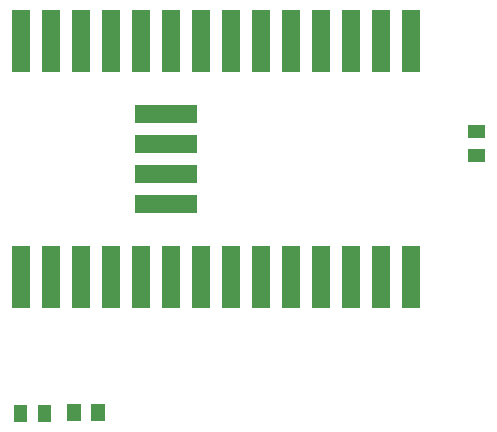
<source format=gbp>
G04 Layer: BottomPasteMaskLayer*
G04 EasyEDA v6.4.31, 2022-02-02 03:50:30*
G04 0b916ec405ec4e9094bbf8359c402fb2,658f5e24285b455797eae137c281a567,10*
G04 Gerber Generator version 0.2*
G04 Scale: 100 percent, Rotated: No, Reflected: No *
G04 Dimensions in millimeters *
G04 leading zeros omitted , absolute positions ,4 integer and 5 decimal *
%FSLAX45Y45*%
%MOMM*%

%ADD10C,0.0001*%

%LPD*%
G36*
X11038662Y-1399108D02*
G01*
X11038662Y-1283106D01*
X10891672Y-1283106D01*
X10891672Y-1399108D01*
G37*
G36*
X11038662Y-1195908D02*
G01*
X11038662Y-1079906D01*
X10891672Y-1079906D01*
X10891672Y-1195908D01*
G37*
G36*
X7043839Y-3595479D02*
G01*
X7159840Y-3595479D01*
X7159840Y-3450480D01*
X7043839Y-3450480D01*
G37*
G36*
X7247039Y-3595479D02*
G01*
X7363040Y-3595479D01*
X7363040Y-3450480D01*
X7247039Y-3450480D01*
G37*
G36*
X7815160Y-3447940D02*
G01*
X7699159Y-3447940D01*
X7699159Y-3592939D01*
X7815160Y-3592939D01*
G37*
G36*
X7611960Y-3447940D02*
G01*
X7495959Y-3447940D01*
X7495959Y-3592939D01*
X7611960Y-3592939D01*
G37*
G36*
X10485120Y-634740D02*
G01*
X10485120Y-106939D01*
X10332720Y-106939D01*
X10332720Y-634740D01*
G37*
G36*
X10231120Y-634740D02*
G01*
X10231120Y-106939D01*
X10078720Y-106939D01*
X10078720Y-634740D01*
G37*
G36*
X9977120Y-634740D02*
G01*
X9977120Y-106939D01*
X9824720Y-106939D01*
X9824720Y-634740D01*
G37*
G36*
X9723120Y-634740D02*
G01*
X9723120Y-106939D01*
X9570720Y-106939D01*
X9570720Y-634740D01*
G37*
G36*
X9469120Y-634740D02*
G01*
X9469120Y-106939D01*
X9316720Y-106939D01*
X9316720Y-634740D01*
G37*
G36*
X9215120Y-634740D02*
G01*
X9215120Y-106939D01*
X9062720Y-106939D01*
X9062720Y-634740D01*
G37*
G36*
X8961120Y-634740D02*
G01*
X8961120Y-106939D01*
X8808720Y-106939D01*
X8808720Y-634740D01*
G37*
G36*
X8707120Y-634740D02*
G01*
X8707120Y-106939D01*
X8554720Y-106939D01*
X8554720Y-634740D01*
G37*
G36*
X8453120Y-634740D02*
G01*
X8453120Y-106939D01*
X8300720Y-106939D01*
X8300720Y-634740D01*
G37*
G36*
X8199120Y-634740D02*
G01*
X8199120Y-106939D01*
X8046720Y-106939D01*
X8046720Y-634740D01*
G37*
G36*
X7945120Y-634740D02*
G01*
X7945120Y-106939D01*
X7792720Y-106939D01*
X7792720Y-634740D01*
G37*
G36*
X7691120Y-634740D02*
G01*
X7691120Y-106939D01*
X7538720Y-106939D01*
X7538720Y-634740D01*
G37*
G36*
X7437120Y-634740D02*
G01*
X7437120Y-106939D01*
X7284720Y-106939D01*
X7284720Y-634740D01*
G37*
G36*
X7183120Y-634740D02*
G01*
X7183120Y-106939D01*
X7030720Y-106939D01*
X7030720Y-634740D01*
G37*
G36*
X10484060Y-2633819D02*
G01*
X10484060Y-2106018D01*
X10331660Y-2106018D01*
X10331660Y-2633819D01*
G37*
G36*
X10230060Y-2633819D02*
G01*
X10230060Y-2106018D01*
X10077660Y-2106018D01*
X10077660Y-2633819D01*
G37*
G36*
X9976060Y-2633819D02*
G01*
X9976060Y-2106018D01*
X9823660Y-2106018D01*
X9823660Y-2633819D01*
G37*
G36*
X9722060Y-2633819D02*
G01*
X9722060Y-2106018D01*
X9569660Y-2106018D01*
X9569660Y-2633819D01*
G37*
G36*
X9468060Y-2633819D02*
G01*
X9468060Y-2106018D01*
X9315660Y-2106018D01*
X9315660Y-2633819D01*
G37*
G36*
X9214060Y-2633819D02*
G01*
X9214060Y-2106018D01*
X9061660Y-2106018D01*
X9061660Y-2633819D01*
G37*
G36*
X8960060Y-2633819D02*
G01*
X8960060Y-2106018D01*
X8807660Y-2106018D01*
X8807660Y-2633819D01*
G37*
G36*
X8706060Y-2633819D02*
G01*
X8706060Y-2106018D01*
X8553660Y-2106018D01*
X8553660Y-2633819D01*
G37*
G36*
X8452060Y-2633819D02*
G01*
X8452060Y-2106018D01*
X8299660Y-2106018D01*
X8299660Y-2633819D01*
G37*
G36*
X8198060Y-2633819D02*
G01*
X8198060Y-2106018D01*
X8045660Y-2106018D01*
X8045660Y-2633819D01*
G37*
G36*
X7944060Y-2633819D02*
G01*
X7944060Y-2106018D01*
X7791660Y-2106018D01*
X7791660Y-2633819D01*
G37*
G36*
X7690060Y-2633819D02*
G01*
X7690060Y-2106018D01*
X7537660Y-2106018D01*
X7537660Y-2633819D01*
G37*
G36*
X7436060Y-2633819D02*
G01*
X7436060Y-2106018D01*
X7283660Y-2106018D01*
X7283660Y-2633819D01*
G37*
G36*
X7182060Y-2633819D02*
G01*
X7182060Y-2106018D01*
X7029660Y-2106018D01*
X7029660Y-2633819D01*
G37*
G36*
X8069839Y-1826260D02*
G01*
X8597640Y-1826260D01*
X8597640Y-1673860D01*
X8069839Y-1673860D01*
G37*
G36*
X8069839Y-1572260D02*
G01*
X8597640Y-1572260D01*
X8597640Y-1419860D01*
X8069839Y-1419860D01*
G37*
G36*
X8069839Y-1318260D02*
G01*
X8597640Y-1318260D01*
X8597640Y-1165860D01*
X8069839Y-1165860D01*
G37*
G36*
X8069839Y-1064260D02*
G01*
X8597640Y-1064260D01*
X8597640Y-911860D01*
X8069839Y-911860D01*
G37*
M02*

</source>
